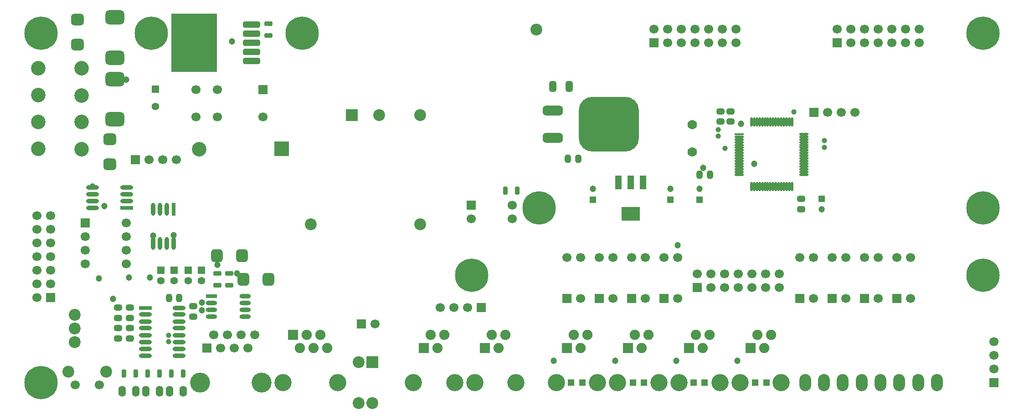
<source format=gbr>
%FSTAX42Y42*%
%MOMM*%
%SFA1B1*%

%IPPOS*%
%AMD75*
4,1,8,0.170180,0.749300,-0.170180,0.749300,-0.449580,0.469900,-0.449580,-0.469900,-0.170180,-0.749300,0.170180,-0.749300,0.449580,-0.469900,0.449580,0.469900,0.170180,0.749300,0.0*
1,1,0.560000,0.170180,0.469900*
1,1,0.560000,-0.170180,0.469900*
1,1,0.560000,-0.170180,-0.469900*
1,1,0.560000,0.170180,-0.469900*
%
%AMD76*
4,1,8,0.749300,-0.220980,0.749300,0.220980,0.419100,0.551180,-0.419100,0.551180,-0.749300,0.220980,-0.749300,-0.220980,-0.419100,-0.551180,0.419100,-0.551180,0.749300,-0.220980,0.0*
1,1,0.660000,0.419100,-0.220980*
1,1,0.660000,0.419100,0.220980*
1,1,0.660000,-0.419100,0.220980*
1,1,0.660000,-0.419100,-0.220980*
%
%AMD87*
4,1,8,1.849120,-0.398780,1.849120,0.398780,1.348740,0.899160,-1.348740,0.899160,-1.849120,0.398780,-1.849120,-0.398780,-1.348740,-0.899160,1.348740,-0.899160,1.849120,-0.398780,0.0*
1,1,1.000000,1.348740,-0.398780*
1,1,1.000000,1.348740,0.398780*
1,1,1.000000,-1.348740,0.398780*
1,1,1.000000,-1.348740,-0.398780*
%
%AMD88*
4,1,8,5.600700,-2.499360,5.600700,2.499360,2.999740,5.100320,-2.999740,5.100320,-5.600700,2.499360,-5.600700,-2.499360,-2.999740,-5.100320,2.999740,-5.100320,5.600700,-2.499360,0.0*
1,1,5.200000,2.999740,-2.499360*
1,1,5.200000,2.999740,2.499360*
1,1,5.200000,-2.999740,2.499360*
1,1,5.200000,-2.999740,-2.499360*
%
%AMD89*
4,1,8,-1.600200,0.248920,-1.600200,-0.248920,-1.249680,-0.599440,1.249680,-0.599440,1.600200,-0.248920,1.600200,0.248920,1.249680,0.599440,-1.249680,0.599440,-1.600200,0.248920,0.0*
1,1,0.700000,-1.249680,0.248920*
1,1,0.700000,-1.249680,-0.248920*
1,1,0.700000,1.249680,-0.248920*
1,1,0.700000,1.249680,0.248920*
%
%AMD91*
4,1,8,0.749300,-0.170180,0.749300,0.170180,0.469900,0.449580,-0.469900,0.449580,-0.749300,0.170180,-0.749300,-0.170180,-0.469900,-0.449580,0.469900,-0.449580,0.749300,-0.170180,0.0*
1,1,0.560000,0.469900,-0.170180*
1,1,0.560000,0.469900,0.170180*
1,1,0.560000,-0.469900,0.170180*
1,1,0.560000,-0.469900,-0.170180*
%
%AMD92*
4,1,8,-0.500380,-1.198880,0.500380,-1.198880,1.099820,-0.599440,1.099820,0.599440,0.500380,1.198880,-0.500380,1.198880,-1.099820,0.599440,-1.099820,-0.599440,-0.500380,-1.198880,0.0*
1,1,1.200000,-0.500380,-0.599440*
1,1,1.200000,0.500380,-0.599440*
1,1,1.200000,0.500380,0.599440*
1,1,1.200000,-0.500380,0.599440*
%
%AMD93*
4,1,8,1.198880,-0.500380,1.198880,0.500380,0.599440,1.099820,-0.599440,1.099820,-1.198880,0.500380,-1.198880,-0.500380,-0.599440,-1.099820,0.599440,-1.099820,1.198880,-0.500380,0.0*
1,1,1.200000,0.599440,-0.500380*
1,1,1.200000,0.599440,0.500380*
1,1,1.200000,-0.599440,0.500380*
1,1,1.200000,-0.599440,-0.500380*
%
%AMD94*
4,1,8,1.750060,-0.629920,1.750060,0.629920,1.031240,1.348740,-1.031240,1.348740,-1.750060,0.629920,-1.750060,-0.629920,-1.031240,-1.348740,1.031240,-1.348740,1.750060,-0.629920,0.0*
1,1,1.440000,1.031240,-0.629920*
1,1,1.440000,1.031240,0.629920*
1,1,1.440000,-1.031240,0.629920*
1,1,1.440000,-1.031240,-0.629920*
%
%AMD95*
4,1,8,0.220980,0.749300,-0.220980,0.749300,-0.551180,0.419100,-0.551180,-0.419100,-0.220980,-0.749300,0.220980,-0.749300,0.551180,-0.419100,0.551180,0.419100,0.220980,0.749300,0.0*
1,1,0.660000,0.220980,0.419100*
1,1,0.660000,-0.220980,0.419100*
1,1,0.660000,-0.220980,-0.419100*
1,1,0.660000,0.220980,-0.419100*
%
%AMD96*
4,1,8,-0.284480,-1.000760,0.284480,-1.000760,0.675640,-0.609600,0.675640,0.609600,0.284480,1.000760,-0.284480,1.000760,-0.675640,0.609600,-0.675640,-0.609600,-0.284480,-1.000760,0.0*
1,1,0.780000,-0.284480,-0.609600*
1,1,0.780000,0.284480,-0.609600*
1,1,0.780000,0.284480,0.609600*
1,1,0.780000,-0.284480,0.609600*
%
%ADD48C,1.699997*%
%ADD49R,1.699997X1.699997*%
%ADD52C,1.199998*%
%ADD56C,0.999998*%
%ADD64R,1.199998X1.199998*%
G04~CAMADD=75~8~0.0~0.0~354.3~590.6~110.2~0.0~15~0.0~0.0~0.0~0.0~0~0.0~0.0~0.0~0.0~0~0.0~0.0~0.0~0.0~354.3~590.6*
%ADD75D75*%
G04~CAMADD=76~8~0.0~0.0~433.1~590.6~129.9~0.0~15~0.0~0.0~0.0~0.0~0~0.0~0.0~0.0~0.0~0~0.0~0.0~0.0~270.0~592.0~433.0*
%ADD76D76*%
%ADD77O,0.449999X1.749997*%
%ADD78O,1.749997X0.449999*%
%ADD79R,1.749997X0.449999*%
%ADD80R,1.199998X1.199998*%
%ADD81R,2.399995X0.799998*%
%ADD82O,2.399995X0.799998*%
%ADD83O,2.099996X0.799998*%
%ADD84R,2.099996X0.799998*%
%ADD85O,0.799998X2.399995*%
%ADD86R,0.799998X2.399995*%
G04~CAMADD=87~8~0.0~0.0~708.7~1456.7~196.9~0.0~15~0.0~0.0~0.0~0.0~0~0.0~0.0~0.0~0.0~0~0.0~0.0~0.0~270.0~1456.0~708.0*
%ADD87D87*%
G04~CAMADD=88~8~0.0~0.0~4015.7~4409.4~1023.6~0.0~15~0.0~0.0~0.0~0.0~0~0.0~0.0~0.0~0.0~0~0.0~0.0~0.0~270.0~4410.0~4016.0*
%ADD88D88*%
G04~CAMADD=89~8~0.0~0.0~472.4~1259.8~137.8~0.0~15~0.0~0.0~0.0~0.0~0~0.0~0.0~0.0~0.0~0~0.0~0.0~0.0~90.0~1260.0~473.0*
%ADD89D89*%
%ADD90R,8.499983X10.799978*%
G04~CAMADD=91~8~0.0~0.0~354.3~590.6~110.2~0.0~15~0.0~0.0~0.0~0.0~0~0.0~0.0~0.0~0.0~0~0.0~0.0~0.0~270.0~590.0~354.0*
%ADD91D91*%
G04~CAMADD=92~8~0.0~0.0~866.1~944.9~236.2~0.0~15~0.0~0.0~0.0~0.0~0~0.0~0.0~0.0~0.0~0~0.0~0.0~0.0~180.0~866.0~944.0*
%ADD92D92*%
G04~CAMADD=93~8~0.0~0.0~866.1~944.9~236.2~0.0~15~0.0~0.0~0.0~0.0~0~0.0~0.0~0.0~0.0~0~0.0~0.0~0.0~270.0~944.0~866.0*
%ADD93D93*%
G04~CAMADD=94~8~0.0~0.0~1063.0~1378.0~283.5~0.0~15~0.0~0.0~0.0~0.0~0~0.0~0.0~0.0~0.0~0~0.0~0.0~0.0~270.0~1378.0~1063.0*
%ADD94D94*%
G04~CAMADD=95~8~0.0~0.0~433.1~590.6~129.9~0.0~15~0.0~0.0~0.0~0.0~0~0.0~0.0~0.0~0.0~0~0.0~0.0~0.0~0.0~433.1~590.6*
%ADD95D95*%
G04~CAMADD=96~8~0.0~0.0~531.5~787.4~153.5~0.0~15~0.0~0.0~0.0~0.0~0~0.0~0.0~0.0~0.0~0~0.0~0.0~0.0~180.0~532.0~788.0*
%ADD96D96*%
%ADD97R,3.499993X2.599995*%
%ADD98R,1.199998X2.599995*%
%ADD99C,3.699993*%
%ADD100C,3.199994*%
%ADD101C,1.899996*%
%ADD102R,1.899996X1.899996*%
%ADD103R,1.699997X1.699997*%
%ADD104O,2.199996X3.199994*%
%ADD105C,1.399997*%
%ADD106R,1.399997X1.399997*%
%ADD107C,2.699995*%
%ADD108C,1.699997*%
%ADD109R,1.699997X1.699997*%
%ADD110R,1.699997X1.699997*%
%ADD111R,2.199996X2.199996*%
%ADD112C,2.199996*%
%ADD113O,1.399997X1.999996*%
%ADD114R,2.699995X2.699995*%
%ADD115R,1.399997X1.399997*%
%ADD116C,6.199988*%
%ADD117C,2.199996*%
%ADD118C,1.769996*%
%LNpcb_monitoring_mothb-1*%
%LPD*%
G54D48*
X00321Y000893D03*
X003337Y00064D03*
X003464Y000893D03*
X003591Y00064D03*
X003718Y000893D03*
X003845Y00064D03*
X003972Y000893D03*
X017699Y000254D03*
Y000508D03*
Y000762D03*
X014613Y005029D03*
X014867D03*
X015121D03*
X00792Y001399D03*
X007666D03*
X007412D03*
X006208Y001089D03*
X013457Y001772D03*
X012949D03*
X012441D03*
X012695D03*
X013203D03*
X013711D03*
Y002026D03*
X013457D03*
X013203D03*
X012949D03*
X012695D03*
X012441D03*
X012187D03*
X000176Y003111D03*
X-000076D03*
X000176Y002857D03*
X-000076D03*
Y002603D03*
X000176D03*
X-000076Y002349D03*
X000176D03*
X-000076Y002095D03*
X000176D03*
X-000076Y001841D03*
X000176D03*
X-000076Y001587D03*
X016311Y006322D03*
Y006576D03*
X016057Y006322D03*
Y006576D03*
X015803D03*
Y006322D03*
X015549Y006576D03*
Y006322D03*
X015295Y006576D03*
Y006322D03*
X015041Y006576D03*
Y006322D03*
X014787Y006576D03*
X012911Y006322D03*
Y006576D03*
X012657Y006322D03*
Y006576D03*
X012403D03*
Y006322D03*
X012149Y006576D03*
Y006322D03*
X011895Y006576D03*
Y006322D03*
X011641Y006576D03*
Y006322D03*
X011387Y006576D03*
X002003Y004149D03*
X002257D03*
X002511D03*
X000635Y-000044D03*
X001084D03*
X003274Y005449D03*
X002874D03*
Y004949D03*
X003274D03*
X004124D03*
G54D49*
X003083Y00064D03*
X014359Y005029D03*
X008174Y001399D03*
X005954Y001089D03*
X012187Y001772D03*
X014787Y006322D03*
X011387D03*
X001749Y004149D03*
G54D52*
X014499Y003224D03*
X012234Y003607D03*
X011694D03*
X010249Y003604D03*
X013249Y004074D03*
X012939Y000406D03*
X011802D03*
X010664D03*
X009527D03*
X003274Y002195D03*
X003641Y002034D03*
X001179Y003289D03*
X003549Y00635D03*
X002959Y006534D03*
Y006134D03*
X002509D03*
Y006334D03*
Y006534D03*
X002809Y006134D03*
X002659D03*
X001579Y005641D03*
X001072Y001941D03*
X001334Y001559D03*
X002081Y002739D03*
X002466Y002744D03*
X001634Y001959D03*
X002022Y001957D03*
X002987Y001494D03*
Y001351D03*
X000956Y003652D03*
X011831Y002554D03*
X013004Y004821D03*
X012299Y003999D03*
X002809Y006334D03*
X002959D03*
X002809Y006534D03*
X002659D03*
Y006334D03*
G54D56*
X012709Y004359D03*
X002366Y000759D03*
Y000884D03*
X012579Y004709D03*
Y004589D03*
X013989Y005039D03*
X014549Y004509D03*
Y004379D03*
G54D64*
X014499Y003424D03*
X012234Y003407D03*
X011694D03*
X010249Y003404D03*
G54D75*
X008849Y003574D03*
X008629D03*
X002644Y000169D03*
X002424D03*
X002199D03*
X001979D03*
X001761D03*
X001542D03*
G54D76*
X014124Y003229D03*
Y003419D03*
X012621Y005046D03*
Y004857D03*
X012811Y005046D03*
Y004857D03*
X001429Y000824D03*
Y001014D03*
X001649Y000824D03*
Y001014D03*
X001429Y001394D03*
Y001204D03*
X001649D03*
Y001394D03*
X002824Y001419D03*
Y001229D03*
G54D77*
X013199Y004852D03*
X013249D03*
X013299D03*
X013349D03*
X013399D03*
X013449D03*
X013499D03*
X013549D03*
X013599D03*
X013649D03*
X013699D03*
X013749D03*
X013799D03*
X013849D03*
X013899D03*
X013949D03*
Y003646D03*
X013899D03*
X013849D03*
X013799D03*
X013749D03*
X013699D03*
X013649D03*
X013599D03*
X013549D03*
X013499D03*
X013449D03*
X013399D03*
X013349D03*
X013299D03*
X013249D03*
X013199D03*
G54D78*
X014176Y004624D03*
Y004574D03*
Y004524D03*
Y004474D03*
Y004424D03*
Y004374D03*
Y004324D03*
Y004274D03*
Y004224D03*
Y004174D03*
Y004124D03*
Y004074D03*
Y004024D03*
Y003974D03*
Y003924D03*
Y003874D03*
X012972D03*
Y003924D03*
Y003974D03*
Y004024D03*
Y004074D03*
Y004124D03*
Y004174D03*
Y004224D03*
Y004274D03*
Y004324D03*
Y004374D03*
Y004424D03*
Y004474D03*
Y004524D03*
Y004574D03*
G54D79*
X012972Y004624D03*
G54D80*
X013479Y0D03*
X013269D03*
X012329D03*
X012119D03*
X011204D03*
X010994D03*
X010054D03*
X009844D03*
G54D81*
X001934Y001393D03*
X001587Y003251D03*
G54D82*
X001934Y001267D03*
Y001139D03*
Y001013D03*
Y000885D03*
Y000758D03*
Y000631D03*
Y000504D03*
X002564Y001393D03*
Y001267D03*
Y001139D03*
Y001013D03*
Y000885D03*
Y000758D03*
Y000631D03*
Y000504D03*
X000956Y003632D03*
Y003505D03*
Y003378D03*
Y003251D03*
X001587Y003632D03*
Y003505D03*
Y003378D03*
G54D83*
X003789Y001226D03*
Y001353D03*
Y00148D03*
Y001607D03*
X003169Y001226D03*
Y001353D03*
Y00148D03*
G54D84*
X003169Y001607D03*
G54D85*
X002081Y002594D03*
X002208D03*
X002335D03*
X002462D03*
X002081Y003224D03*
X002208D03*
X002335D03*
G54D86*
X002462Y003224D03*
G54D87*
X00951Y005063D03*
Y004555D03*
G54D88*
X010548Y004809D03*
G54D89*
X003914Y006154D03*
Y006494D03*
Y006664D03*
Y005984D03*
Y006324D03*
G54D90*
X002847Y006324D03*
G54D91*
X003274Y001814D03*
Y002034D03*
X003499Y001814D03*
Y002034D03*
X004224Y006464D03*
Y006684D03*
G54D92*
X004224Y001922D03*
X003754D03*
X003264Y002364D03*
X003734D03*
G54D93*
X001274Y004534D03*
Y004064D03*
X000674Y006759D03*
Y006289D03*
G54D94*
X001374Y005649D03*
Y004899D03*
Y006049D03*
Y006799D03*
G54D95*
X002564Y001574D03*
X002374D03*
X009789Y004164D03*
X009979D03*
X012234Y003869D03*
X012424D03*
G54D96*
X009809Y005511D03*
X009509D03*
G54D97*
X010954Y003144D03*
G54D98*
X010724Y003724D03*
X010954D03*
X011184D03*
G54D99*
X0041Y000004D03*
X002957D03*
G54D100*
X004491Y000004D03*
X005507D03*
X006918D03*
X007685D03*
X008822D03*
X008056D03*
X009574D03*
X010339D03*
X011477D03*
X010711D03*
X011849D03*
X012614D03*
X013752D03*
X012986D03*
G54D101*
X005316Y00064D03*
X005189Y000893D03*
X004809Y00064D03*
X005062D03*
X004936Y000893D03*
X007493D03*
X007366Y00064D03*
X007239Y000893D03*
X008375D03*
X008503Y00064D03*
X00863Y000893D03*
X010147D03*
X01002Y00064D03*
X009893Y000893D03*
X011031D03*
X011157Y00064D03*
X011285Y000893D03*
X012422D03*
X012295Y00064D03*
X012168Y000893D03*
X013306D03*
X013433Y00064D03*
X013559Y000893D03*
G54D102*
X004682Y000893D03*
X007112Y00064D03*
X008249D03*
X009766D03*
X010903D03*
X012041D03*
X013178D03*
G54D103*
X017699Y0D03*
X000176Y001587D03*
X004124Y005449D03*
G54D104*
X014194Y0D03*
X014544D03*
X014894D03*
X015244D03*
X015594D03*
X015944D03*
X016294D03*
X016644D03*
G54D105*
X00273Y001894D03*
X002983D03*
X002222D03*
X002475D03*
X002124Y005137D03*
G54D106*
X00273Y002094D03*
X002983D03*
X002222D03*
X002475D03*
G54D107*
X-000049Y005849D03*
Y005349D03*
Y004849D03*
Y004349D03*
X000749Y004345D03*
Y004853D03*
Y005345D03*
Y005853D03*
X002937Y004344D03*
G54D108*
X016151Y00233D03*
X015897D03*
X016151Y001568D03*
X015551Y00233D03*
X015297D03*
X015551Y001568D03*
X014951Y00233D03*
X014697D03*
X014951Y001568D03*
X014351Y00233D03*
X014097D03*
X014351Y001568D03*
X011826Y00233D03*
X011572D03*
X011826Y001568D03*
X011226Y00233D03*
X010972D03*
X011226Y001568D03*
X010626Y00233D03*
X010372D03*
X010626Y001568D03*
X010026Y00233D03*
X009772D03*
X010026Y001568D03*
X001585Y002213D03*
Y002467D03*
Y002721D03*
Y002975D03*
X000823Y002213D03*
Y002467D03*
Y002721D03*
X008755Y003048D03*
Y003302D03*
X007993Y003048D03*
G54D109*
X015897Y001568D03*
X015297D03*
X014697D03*
X014097D03*
X011572D03*
X010972D03*
X010372D03*
X009772D03*
G54D110*
X000823Y002975D03*
X007993Y003302D03*
G54D111*
X005775Y004982D03*
X006151Y000381D03*
G54D112*
X006283Y004982D03*
X007045D03*
Y00295D03*
X005013D03*
X005897Y-000381D03*
X006151D03*
X005897Y000381D03*
X001209Y000204D03*
X000509D03*
X009199Y006571D03*
G54D113*
X002643Y-000159D03*
X00239D03*
X001944D03*
X002199D03*
X001761D03*
X001507D03*
G54D114*
X004469Y004349D03*
G54D115*
X002124Y005461D03*
G54D116*
X009249Y003249D03*
X004849Y006499D03*
X002049D03*
X017499D03*
Y003249D03*
X0Y0D03*
Y006499D03*
X007999Y001999D03*
X017499D03*
G54D117*
X000629Y001259D03*
Y001006D03*
Y000752D03*
G54D118*
X012099Y004803D03*
Y004295D03*
M02*
</source>
